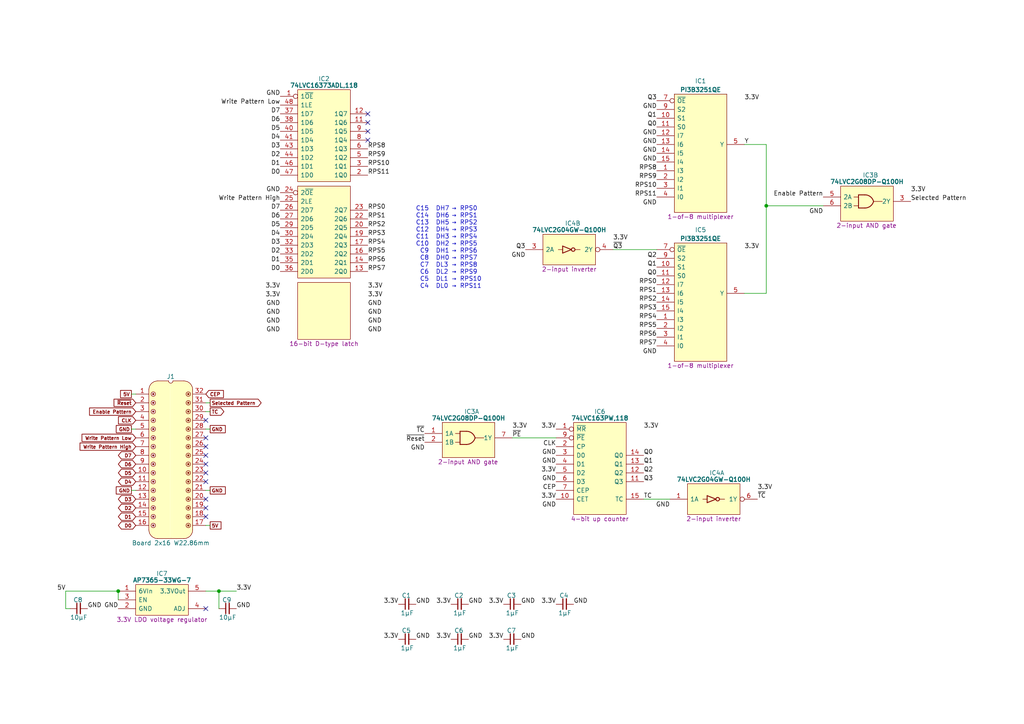
<source format=kicad_sch>
(kicad_sch (version 20250114) (generator "eeschema") (generator_version "9.0")
  (paper "A4")
  (title_block (title "Video Pixel Advance") (date "2025-01-16") (rev "V0"))
  (lib_symbols
    (symbol "Diodes_Inc:AP7365-33WG-7" (pin_names (offset 0.762))
      (property "Reference" "IC" (at 12.7 5.08 0))
      (property "Value" "AP7365-33WG-7" (at 12.7 3.175 0))
      (property "Description" "3.3V LDO voltage regulator" (at 12.7 -8.255 0))
      (symbol "AP7365-33WG-7_0_0"
        (pin input line (at 0 -2.54 0) (length 5.08) (name "EN") (number "3"))
        (pin passive line (at 0 -5.08 0) (length 5.08) (name "GND") (number "2"))
        (pin passive line (at 25.4 -5.08 180) (length 5.08) (name "ADJ") (number "4"))
      )
      (symbol "AP7365-33WG-7_0_1"
        (polyline (pts (xy 5.08 1.905) (xy 20.32 1.905) (xy 20.32 -6.985) (xy 5.08 -6.985) (xy 5.08 1.905)) (fill (type background)))
      )
      (symbol "AP7365-33WG-7_1_0"
        (pin passive line (at 0 0 0) (length 5.08) (name "6VIn") (number "1"))
        (pin passive line (at 25.4 0 180) (length 5.08) (name "3.3VOut") (number "5"))
      )
    )
    (symbol "Diodes_Inc:PI3B3251QE" (pin_names (offset 0.762))
      (property "Reference" "IC" (at 12.7 5.715 0))
      (property "Value" "PI3B3251QE" (at 12.7 3.175 0))
      (property "Description" "1-of-8 multiplexer" (at 12.7 -33.655 0))
      (symbol "PI3B3251QE_0_0"
        (pin input line (at 0 -2.54 0) (length 5.08) (name "S2") (number "9"))
        (pin input line (at 0 -5.08 0) (length 5.08) (name "S1") (number "10"))
        (pin input line (at 0 -7.62 0) (length 5.08) (name "S0") (number "11"))
        (pin input line (at 0 -10.16 0) (length 5.08) (name "I7") (number "12"))
        (pin input line (at 0 -12.7 0) (length 5.08) (name "I6") (number "13"))
        (pin input line (at 0 -15.24 0) (length 5.08) (name "I5") (number "14"))
        (pin input line (at 0 -17.78 0) (length 5.08) (name "I4") (number "15"))
        (pin input line (at 0 -20.32 0) (length 5.08) (name "I3") (number "1"))
        (pin input line (at 0 -22.86 0) (length 5.08) (name "I2") (number "2"))
        (pin input line (at 0 -25.4 0) (length 5.08) (name "I1") (number "3"))
        (pin input line (at 0 -27.94 0) (length 5.08) (name "I0") (number "4"))
        (pin passive line (at 0 -30.48 0) (length 5.08) (hide yes) (name "GND") (number "8"))
      )
      (symbol "PI3B3251QE_0_1"
        (polyline (pts (xy 5.08 1.905) (xy 20.32 1.905) (xy 20.32 -32.385) (xy 5.08 -32.385) (xy 5.08 1.905)) (stroke (width 0.1524)) (fill (type background)))
      )
      (symbol "PI3B3251QE_1_0"
        (pin input inverted (at 0 0 0) (length 5.08) (name "~{OE}") (number "7"))
        (pin passive line (at 25.4 0 180) (length 5.08) (hide yes) (name "3V") (number "16"))
        (pin tri_state line (at 25.4 -12.7 180) (length 5.08) (name "Y") (number "5"))
        (pin no_connect line (at 25.4 -15.24 180) (length 5.08) (hide yes) (name "NC") (number "6"))
      )
    )
    (symbol "HCP65:Board_02x16_W22.86mm" (pin_names (offset 1.016) (hide yes))
      (property "Reference" "J" (at 0 5.08 0))
      (property "Value" "Board 2x16 W22.86mm" (at 0 -43.18 0))
      (symbol "Board_02x16_W22.86mm_0_1"
        (polyline (pts (xy -6.35 1.27) (xy -6.35 -39.37)))
        (arc (start -3.8102 -41.9098) (mid -5.6063 -41.1659) (end -6.3502 -39.3698))
        (arc (start -6.35 1.27) (mid -5.6061 3.0661) (end -3.81 3.81))
        (polyline (pts (xy -3.81 3.81) (xy -0.635 3.81)))
        (arc (start 0.635 3.81) (mid 0 3.175) (end -0.635 3.81))
        (polyline (pts (xy 0.635 3.81) (xy 3.81 3.81)))
        (polyline (pts (xy 3.8098 -41.9098) (xy -3.81 -41.91)))
        (arc (start 3.81 3.81) (mid 5.6061 3.0661) (end 6.35 1.27))
        (arc (start 6.3498 -39.3698) (mid 5.6059 -41.1659) (end 3.8098 -41.9098))
        (polyline (pts (xy 6.35 -39.37) (xy 6.35 1.27)))
      )
      (symbol "Board_02x16_W22.86mm_1_1"
        (polyline (pts (xy -6.35 1.27) (xy -6.096 2.286) (xy -5.588 3.048) (xy -4.826 3.556) (xy -4.064 3.81) (xy -0.762 3.81) (xy -0.508 3.302) (xy 0 3.048) (xy 0 -41.91) (xy -3.81 -41.91) (xy -4.826 -41.656) (xy -5.588 -41.148) (xy -6.096 -40.386) (xy -6.35 -39.37) (xy -6.35 1.27)) (stroke (width -0.0001)) (fill (type background)))
        (circle (center -5.08 0) (radius 0.0001) (stroke (width 0.3)))
        (circle (center -5.08 0) (radius 0.635) (fill (type color) (color 255 255 255 1)))
        (circle (center -5.08 -2.54) (radius 0.0001) (stroke (width 0.3)))
        (circle (center -5.08 -2.54) (radius 0.635) (fill (type color) (color 255 255 255 1)))
        (circle (center -5.08 -5.08) (radius 0.0001) (stroke (width 0.3)))
        (circle (center -5.08 -5.08) (radius 0.635) (fill (type color) (color 255 255 255 1)))
        (circle (center -5.08 -7.62) (radius 0.0001) (stroke (width 0.3)))
        (circle (center -5.08 -7.62) (radius 0.635) (fill (type color) (color 255 255 255 1)))
        (circle (center -5.08 -10.16) (radius 0.0001) (stroke (width 0.3)))
        (circle (center -5.08 -10.16) (radius 0.635) (fill (type color) (color 255 255 255 1)))
        (circle (center -5.08 -12.7) (radius 0.0001) (stroke (width 0.3)))
        (circle (center -5.08 -12.7) (radius 0.635) (fill (type color) (color 255 255 255 1)))
        (circle (center -5.08 -15.24) (radius 0.0001) (stroke (width 0.3)))
        (circle (center -5.08 -15.24) (radius 0.635) (fill (type color) (color 255 255 255 1)))
        (circle (center -5.08 -17.78) (radius 0.0001) (stroke (width 0.3)))
        (circle (center -5.08 -17.78) (radius 0.635) (fill (type color) (color 255 255 255 1)))
        (circle (center -5.08 -20.32) (radius 0.0001) (stroke (width 0.3)))
        (circle (center -5.08 -20.32) (radius 0.635) (fill (type color) (color 255 255 255 1)))
        (circle (center -5.08 -22.86) (radius 0.0001) (stroke (width 0.3)))
        (circle (center -5.08 -22.86) (radius 0.635) (fill (type color) (color 255 255 255 1)))
        (circle (center -5.08 -25.4) (radius 0.0001) (stroke (width 0.3)))
        (circle (center -5.08 -25.4) (radius 0.635) (fill (type color) (color 255 255 255 1)))
        (circle (center -5.08 -27.94) (radius 0.0001) (stroke (width 0.3)))
        (circle (center -5.08 -27.94) (radius 0.635) (fill (type color) (color 255 255 255 1)))
        (circle (center -5.08 -30.48) (radius 0.0001) (stroke (width 0.3)))
        (circle (center -5.08 -30.48) (radius 0.635) (fill (type color) (color 255 255 255 1)))
        (circle (center -5.08 -33.02) (radius 0.0001) (stroke (width 0.3)))
        (circle (center -5.08 -33.02) (radius 0.635) (fill (type color) (color 255 255 255 1)))
        (circle (center -5.08 -35.56) (radius 0.0001) (stroke (width 0.3)))
        (circle (center -5.08 -35.56) (radius 0.635) (fill (type color) (color 255 255 255 1)))
        (circle (center -5.08 -38.1) (radius 0.0001) (stroke (width 0.3)))
        (circle (center -5.08 -38.1) (radius 0.635) (fill (type color) (color 255 255 255 1)))
        (circle (center 5.08 0) (radius 0.0001) (stroke (width 0.3)))
        (circle (center 5.08 0) (radius 0.635) (fill (type color) (color 255 255 255 1)))
        (circle (center 5.08 -2.54) (radius 0.0001) (stroke (width 0.3)))
        (circle (center 5.08 -2.54) (radius 0.635) (fill (type color) (color 255 255 255 1)))
        (circle (center 5.08 -5.08) (radius 0.0001) (stroke (width 0.3)))
        (circle (center 5.08 -5.08) (radius 0.635) (fill (type color) (color 255 255 255 1)))
        (circle (center 5.08 -7.62) (radius 0.0001) (stroke (width 0.3)))
        (circle (center 5.08 -7.62) (radius 0.635) (fill (type color) (color 255 255 255 1)))
        (circle (center 5.08 -10.16) (radius 0.0001) (stroke (width 0.3)))
        (circle (center 5.08 -10.16) (radius 0.635) (fill (type color) (color 255 255 255 1)))
        (circle (center 5.08 -12.7) (radius 0.0001) (stroke (width 0.3)))
        (circle (center 5.08 -12.7) (radius 0.635) (fill (type color) (color 255 255 255 1)))
        (circle (center 5.08 -15.24) (radius 0.0001) (stroke (width 0.3)))
        (circle (center 5.08 -15.24) (radius 0.635) (fill (type color) (color 255 255 255 1)))
        (circle (center 5.08 -17.78) (radius 0.0001) (stroke (width 0.3)))
        (circle (center 5.08 -17.78) (radius 0.635) (fill (type color) (color 255 255 255 1)))
        (circle (center 5.08 -20.32) (radius 0.0001) (stroke (width 0.3)))
        (circle (center 5.08 -20.32) (radius 0.635) (fill (type color) (color 255 255 255 1)))
        (circle (center 5.08 -22.86) (radius 0.0001) (stroke (width 0.3)))
        (circle (center 5.08 -22.86) (radius 0.635) (fill (type color) (color 255 255 255 1)))
        (circle (center 5.08 -25.4) (radius 0.0001) (stroke (width 0.3)))
        (circle (center 5.08 -25.4) (radius 0.635) (fill (type color) (color 255 255 255 1)))
        (circle (center 5.08 -27.94) (radius 0.0001) (stroke (width 0.3)))
        (circle (center 5.08 -27.94) (radius 0.635) (fill (type color) (color 255 255 255 1)))
        (circle (center 5.08 -30.48) (radius 0.0001) (stroke (width 0.3)))
        (circle (center 5.08 -30.48) (radius 0.635) (fill (type color) (color 255 255 255 1)))
        (circle (center 5.08 -33.02) (radius 0.0001) (stroke (width 0.3)))
        (circle (center 5.08 -33.02) (radius 0.635) (fill (type color) (color 255 255 255 1)))
        (circle (center 5.08 -35.56) (radius 0.0001) (stroke (width 0.3)))
        (circle (center 5.08 -35.56) (radius 0.635) (fill (type color) (color 255 255 255 1)))
        (circle (center 5.08 -38.1) (radius 0.0001) (stroke (width 0.3)))
        (circle (center 5.08 -38.1) (radius 0.635) (fill (type color) (color 255 255 255 1)))
        (polyline (pts (xy 6.35 1.27) (xy 6.096 2.286) (xy 5.588 3.048) (xy 4.826 3.556) (xy 4.064 3.81) (xy 0.762 3.81) (xy 0.508 3.302) (xy 0 3.048) (xy 0 -41.91) (xy 3.81 -41.91) (xy 4.826 -41.656) (xy 5.588 -41.148) (xy 6.096 -40.386) (xy 6.35 -39.37) (xy 6.35 1.27)) (stroke (width -0.0001)) (fill (type background)))
        (pin passive line (at -10.16 0 0) (length 3.81) (name "") (number "1"))
        (pin passive line (at -10.16 -2.54 0) (length 3.81) (name "") (number "2"))
        (pin passive line (at -10.16 -5.08 0) (length 3.81) (name "") (number "3"))
        (pin passive line (at -10.16 -7.62 0) (length 3.81) (name "") (number "4"))
        (pin passive line (at -10.16 -10.16 0) (length 3.81) (name "") (number "5"))
        (pin passive line (at -10.16 -12.7 0) (length 3.81) (name "") (number "6"))
        (pin passive line (at -10.16 -15.24 0) (length 3.81) (name "") (number "7"))
        (pin passive line (at -10.16 -17.78 0) (length 3.81) (name "") (number "8"))
        (pin passive line (at -10.16 -20.32 0) (length 3.81) (name "") (number "9"))
        (pin passive line (at -10.16 -22.86 0) (length 3.81) (name "") (number "10"))
        (pin passive line (at -10.16 -25.4 0) (length 3.81) (name "") (number "11"))
        (pin passive line (at -10.16 -27.94 0) (length 3.81) (name "") (number "12"))
        (pin passive line (at -10.16 -30.48 0) (length 3.81) (name "") (number "13"))
        (pin passive line (at -10.16 -33.02 0) (length 3.81) (name "") (number "14"))
        (pin passive line (at -10.16 -35.56 0) (length 3.81) (name "") (number "15"))
        (pin passive line (at -10.16 -38.1 0) (length 3.81) (name "") (number "16"))
        (pin passive line (at 10.16 0 180) (length 3.81) (name "") (number "32"))
        (pin passive line (at 10.16 -2.54 180) (length 3.81) (name "") (number "31"))
        (pin passive line (at 10.16 -5.08 180) (length 3.81) (name "") (number "30"))
        (pin passive line (at 10.16 -7.62 180) (length 3.81) (name "") (number "29"))
        (pin passive line (at 10.16 -10.16 180) (length 3.81) (name "") (number "28"))
        (pin passive line (at 10.16 -12.7 180) (length 3.81) (name "") (number "27"))
        (pin passive line (at 10.16 -15.24 180) (length 3.81) (name "") (number "26"))
        (pin passive line (at 10.16 -17.78 180) (length 3.81) (name "") (number "25"))
        (pin passive line (at 10.16 -20.32 180) (length 3.81) (name "") (number "24"))
        (pin passive line (at 10.16 -22.86 180) (length 3.81) (name "") (number "23"))
        (pin passive line (at 10.16 -25.4 180) (length 3.81) (name "") (number "22"))
        (pin passive line (at 10.16 -27.94 180) (length 3.81) (name "") (number "21"))
        (pin passive line (at 10.16 -30.48 180) (length 3.81) (name "") (number "20"))
        (pin passive line (at 10.16 -33.02 180) (length 3.81) (name "") (number "19"))
        (pin passive line (at 10.16 -35.56 180) (length 3.81) (name "") (number "18"))
        (pin passive line (at 10.16 -38.1 180) (length 3.81) (name "") (number "17"))
      )
    )
    (symbol "HCP65:C_0805" (pin_numbers (hide yes)) (pin_names (offset 0.254) (hide yes))
      (property "Reference" "C" (at 2.286 2.54 0))
      (property "Value" "?μF" (at 2.54 -2.54 0))
      (symbol "C_0805_0_1"
        (polyline (pts (xy 1.9685 -1.4605) (xy 1.9685 1.5875)) (stroke (width 0.3048)))
        (polyline (pts (xy 2.9845 -1.4605) (xy 2.9845 1.5875)) (stroke (width 0.3302)))
      )
      (symbol "C_0805_1_1"
        (pin passive line (at 0 0 0) (length 2.032) (name "~") (number "1"))
        (pin passive line (at 5.08 0 180) (length 2.032) (name "~") (number "2"))
      )
    )
    (symbol "Nexperia:74LVC16373ADL,118" (pin_names (offset 0.762))
      (property "Reference" "IC" (at 12.7 5.08 0))
      (property "Value" "74LVC16373ADL,118" (at 12.7 3.175 0))
      (property "Description" "16-bit D-type latch" (at 12.7 -71.755 0))
      (symbol "74LVC16373ADL,118_0_0"
        (pin input inverted (at 0 0 0) (length 5.08) (name "1~{OE}") (number "1"))
        (pin input line (at 0 -2.54 0) (length 5.08) (name "1LE") (number "48"))
        (pin input line (at 0 -5.08 0) (length 5.08) (name "1D7") (number "37"))
        (pin input line (at 0 -10.16 0) (length 5.08) (name "1D5") (number "40"))
        (pin input line (at 0 -12.7 0) (length 5.08) (name "1D4") (number "41"))
        (pin input line (at 0 -15.24 0) (length 5.08) (name "1D3") (number "43"))
        (pin input line (at 0 -17.78 0) (length 5.08) (name "1D2") (number "44"))
        (pin input line (at 0 -20.32 0) (length 5.08) (name "1D1") (number "46"))
        (pin input line (at 0 -22.86 0) (length 5.08) (name "1D0") (number "47"))
        (pin input inverted (at 0 -27.94 0) (length 5.08) (name "2~{OE}") (number "24"))
        (pin input line (at 0 -30.48 0) (length 5.08) (name "2LE") (number "25"))
        (pin input line (at 0 -33.02 0) (length 5.08) (name "2D7") (number "26"))
        (pin input line (at 0 -35.56 0) (length 5.08) (name "2D6") (number "27"))
        (pin input line (at 0 -38.1 0) (length 5.08) (name "2D5") (number "29"))
        (pin input line (at 0 -40.64 0) (length 5.08) (name "2D4") (number "30"))
        (pin input line (at 0 -43.18 0) (length 5.08) (name "2D3") (number "32"))
        (pin input line (at 0 -45.72 0) (length 5.08) (name "2D2") (number "33"))
        (pin input line (at 0 -48.26 0) (length 5.08) (name "2D1") (number "35"))
        (pin input line (at 0 -50.8 0) (length 5.08) (name "2D0") (number "36"))
        (pin tri_state line (at 25.4 -5.08 180) (length 5.08) (name "1Q7") (number "12"))
        (pin tri_state line (at 25.4 -7.62 180) (length 5.08) (name "1Q6") (number "11"))
        (pin tri_state line (at 25.4 -10.16 180) (length 5.08) (name "1Q5") (number "9"))
        (pin tri_state line (at 25.4 -12.7 180) (length 5.08) (name "1Q4") (number "8"))
        (pin tri_state line (at 25.4 -15.24 180) (length 5.08) (name "1Q3") (number "6"))
        (pin tri_state line (at 25.4 -17.78 180) (length 5.08) (name "1Q2") (number "5"))
        (pin tri_state line (at 25.4 -20.32 180) (length 5.08) (name "1Q1") (number "3"))
        (pin tri_state line (at 25.4 -22.86 180) (length 5.08) (name "1Q0") (number "2"))
        (pin tri_state line (at 25.4 -33.02 180) (length 5.08) (name "2Q7") (number "23"))
        (pin tri_state line (at 25.4 -35.56 180) (length 5.08) (name "2Q6") (number "22"))
        (pin tri_state line (at 25.4 -38.1 180) (length 5.08) (name "2Q5") (number "20"))
        (pin tri_state line (at 25.4 -40.64 180) (length 5.08) (name "2Q4") (number "19"))
        (pin tri_state line (at 25.4 -43.18 180) (length 5.08) (name "2Q3") (number "17"))
        (pin tri_state line (at 25.4 -45.72 180) (length 5.08) (name "2Q2") (number "16"))
        (pin tri_state line (at 25.4 -48.26 180) (length 5.08) (name "2Q1") (number "14"))
        (pin tri_state line (at 25.4 -50.8 180) (length 5.08) (name "2Q0") (number "13"))
      )
      (symbol "74LVC16373ADL,118_0_1"
        (polyline (pts (xy 5.08 1.905) (xy 20.32 1.905) (xy 20.32 -24.765) (xy 5.08 -24.765) (xy 5.08 1.905)) (stroke (width 0.1524)) (fill (type background)))
        (polyline (pts (xy 5.08 -26.035) (xy 20.32 -26.035) (xy 20.32 -52.705) (xy 5.08 -52.705) (xy 5.08 -26.035)) (stroke (width 0.1524)) (fill (type background)))
        (polyline (pts (xy 5.08 -53.975) (xy 20.32 -53.975) (xy 20.32 -70.485) (xy 5.08 -70.485) (xy 5.08 -53.975)) (stroke (width 0.1524)) (fill (type background)))
      )
      (symbol "74LVC16373ADL,118_1_0"
        (pin input line (at 0 -7.62 0) (length 5.08) (name "1D6") (number "38"))
        (pin passive line (at 0 -55.88 0) (length 5.08) (hide yes) (name "3V") (number "7"))
        (pin passive line (at 0 -58.42 0) (length 5.08) (hide yes) (name "3V") (number "18"))
        (pin passive line (at 0 -60.96 0) (length 5.08) (hide yes) (name "GND") (number "4"))
        (pin passive line (at 0 -63.5 0) (length 5.08) (hide yes) (name "GND") (number "10"))
        (pin passive line (at 0 -66.04 0) (length 5.08) (hide yes) (name "GND") (number "15"))
        (pin passive line (at 0 -68.58 0) (length 5.08) (hide yes) (name "GND") (number "21"))
        (pin passive line (at 25.4 -55.88 180) (length 5.08) (hide yes) (name "3V") (number "42"))
        (pin passive line (at 25.4 -58.42 180) (length 5.08) (hide yes) (name "3V") (number "31"))
        (pin passive line (at 25.4 -60.96 180) (length 5.08) (hide yes) (name "GND") (number "45"))
        (pin passive line (at 25.4 -63.5 180) (length 5.08) (hide yes) (name "GND") (number "39"))
        (pin passive line (at 25.4 -66.04 180) (length 5.08) (hide yes) (name "GND") (number "34"))
        (pin passive line (at 25.4 -68.58 180) (length 5.08) (hide yes) (name "GND") (number "28"))
      )
    )
    (symbol "Nexperia:74LVC163PW,118" (pin_names (offset 0.762))
      (property "Reference" "IC" (at 12.7 5.08 0))
      (property "Value" "74LVC163PW,118" (at 12.7 3.175 0))
      (property "Description" "4-bit up counter" (at 12.7 -26.035 0))
      (symbol "74LVC163PW,118_0_0"
        (pin input inverted (at 0 0 0) (length 5.08) (name "~{MR}") (number "1"))
        (pin input inverted (at 0 -2.54 0) (length 5.08) (name "~{PE}") (number "9"))
        (pin input line (at 0 -5.08 0) (length 5.08) (name "CP") (number "2"))
        (pin input line (at 0 -7.62 0) (length 5.08) (name "D0") (number "3"))
        (pin input line (at 0 -10.16 0) (length 5.08) (name "D1") (number "4"))
        (pin input line (at 0 -12.7 0) (length 5.08) (name "D2") (number "5"))
        (pin input line (at 0 -15.24 0) (length 5.08) (name "D3") (number "6"))
        (pin input line (at 0 -17.78 0) (length 5.08) (name "CEP") (number "7"))
        (pin input line (at 0 -20.32 0) (length 5.08) (name "CET") (number "10"))
        (pin passive line (at 0 -22.86 0) (length 5.08) (hide yes) (name "GND") (number "8"))
        (pin passive line (at 25.4 0 180) (length 5.08) (hide yes) (name "3V") (number "16"))
        (pin output line (at 25.4 -7.62 180) (length 5.08) (name "Q0") (number "14"))
        (pin output line (at 25.4 -10.16 180) (length 5.08) (name "Q1") (number "13"))
        (pin output line (at 25.4 -12.7 180) (length 5.08) (name "Q2") (number "12"))
        (pin output line (at 25.4 -15.24 180) (length 5.08) (name "Q3") (number "11"))
        (pin output line (at 25.4 -20.32 180) (length 5.08) (name "TC") (number "15"))
      )
      (symbol "74LVC163PW,118_0_1"
        (polyline (pts (xy 5.08 1.905) (xy 20.32 1.905) (xy 20.32 -24.765) (xy 5.08 -24.765) (xy 5.08 1.905)) (stroke (width 0.1524)) (fill (type background)))
      )
    )
    (symbol "Nexperia:74LVC2G04GW-Q100H_Multi" (pin_names (offset 0.762))
      (property "Reference" "IC" (at 11.43 7.62 0))
      (property "Value" "74LVC2G04GW-Q100H" (at 12.7 5.715 0))
      (property "Description" "2-input inverter" (at 12.7 -5.715 0))
      (symbol "74LVC2G04GW-Q100H_Multi_0_0"
        (pin passive line (at 0 -2.54 0) (length 5.08) (hide yes) (name "GND") (number "2"))
        (pin passive line (at 25.4 2.54 180) (length 5.08) (hide yes) (name "3V") (number "5"))
      )
      (symbol "74LVC2G04GW-Q100H_Multi_0_1"
        (polyline (pts (xy 5.08 4.445) (xy 20.32 4.445) (xy 20.32 -4.445) (xy 5.08 -4.445) (xy 5.08 4.445)) (stroke (width 0.1524)) (fill (type background)))
        (polyline (pts (xy 9.525 0) (xy 10.7949 0)))
        (rectangle (start 10.795 1.016) (end 10.795 -1.016) (stroke (width 0.254)) (fill (type background)))
        (polyline (pts (xy 10.795 -1.016) (xy 13.335 0) (xy 10.795 1.016)) (stroke (width 0.254)))
        (circle (center 13.843 0) (radius 0.508) (stroke (width 0.254)))
        (polyline (pts (xy 14.351 0) (xy 15.875 0)))
      )
      (symbol "74LVC2G04GW-Q100H_Multi_1_0"
        (pin input line (at 0 0 0) (length 5.08) (name "1A") (number "1"))
        (pin output inverted (at 25.4 0 180) (length 5.08) (name "1Y") (number "6"))
      )
      (symbol "74LVC2G04GW-Q100H_Multi_2_0"
        (pin input line (at 0 0 0) (length 5.08) (name "2A") (number "3"))
        (pin output inverted (at 25.4 0 180) (length 5.08) (name "2Y") (number "4"))
      )
    )
    (symbol "Nexperia:74LVC2G08DP-Q100H_Multi" (pin_names (offset 0.762))
      (property "Reference" "IC" (at 11.43 6.35 0))
      (property "Value" "74LVC2G08DP-Q100H" (at 12.7 4.445 0))
      (property "Description" "2-input AND gate" (at 3.81 -8.255 0))
      (symbol "74LVC2G08DP-Q100H_Multi_0_0"
        (pin passive line (at 0 -5.08 0) (length 5.08) (hide yes) (name "GND") (number "4"))
        (pin passive line (at 25.4 1.27 180) (length 5.08) (hide yes) (name "3V") (number "8"))
      )
      (symbol "74LVC2G08DP-Q100H_Multi_0_1"
        (polyline (pts (xy 5.08 3.175) (xy 20.32 3.175) (xy 20.32 -6.985) (xy 5.08 -6.985) (xy 5.08 3.175)) (stroke (width 0.1524)) (fill (type background)))
        (polyline (pts (xy 8.89 0) (xy 10.1599 0)))
        (polyline (pts (xy 8.89 -2.54) (xy 10.1599 -2.54)))
        (polyline (pts (xy 10.248 0.635) (xy 10.248 -3.175)) (stroke (width 0.254)) (fill (type background)))
        (polyline (pts (xy 12.065 0.635) (xy 10.248 0.635)) (stroke (width 0.254)) (fill (type background)))
        (polyline (pts (xy 12.065 -3.175) (xy 10.248 -3.175)) (stroke (width 0.254)) (fill (type background)))
        (arc (start 14.605 -1.27) (mid 13.6635 -2.6605) (end 12.065 -3.175) (stroke (width 0.254)))
        (arc (start 12.065 0.635) (mid 13.6649 0.1222) (end 14.605 -1.27) (stroke (width 0.254)))
        (polyline (pts (xy 14.605 -1.27) (xy 17.145 -1.27)))
      )
      (symbol "74LVC2G08DP-Q100H_Multi_1_0"
        (pin input line (at 0 0 0) (length 5.08) (name "1A") (number "1"))
        (pin input line (at 0 -2.54 0) (length 5.08) (name "1B") (number "2"))
        (pin output line (at 25.4 -1.27 180) (length 5.08) (name "1Y") (number "7"))
      )
      (symbol "74LVC2G08DP-Q100H_Multi_2_0"
        (pin input line (at 0 0 0) (length 5.08) (name "2A") (number "5"))
        (pin input line (at 0 -2.54 0) (length 5.08) (name "2B") (number "6"))
        (pin output line (at 25.4 -1.27 180) (length 5.08) (name "2Y") (number "3"))
      )
    )
  )
  (text "C15\nC14\nC13\nC12\nC11\nC10\nC9\nC8\nC7\nC6\nC5\nC4" (at 124.46 83.82 0) (effects (font (size 1.27 1.27)) (justify right bottom)))
  (text "DH7\nDH6\nDH5\nDH4\nDH3\nDH2\nDH1\nDH0\nDL3\nDL2\nDL1\nDL0" (at 126.365 83.82 0) (effects (font (size 1.27 1.27)) (justify left bottom)))
  (text "→ RPS0\n→ RPS1\n→ RPS2\n→ RPS3\n→ RPS4\n→ RPS5\n→ RPS6\n→ RPS7\n→ RPS8\n→ RPS9\n→ RPS10\n→ RPS11" (at 130.81 83.82 0) (effects (font (size 1.27 1.27)) (justify left bottom)))
  (junction (at 34.29 171.45))
  (junction (at 222.25 59.69))
  (junction (at 63.5 171.45))
  (no_connect (at 106.68 40.64))
  (no_connect (at 59.69 121.92))
  (no_connect (at 59.69 176.53))
  (no_connect (at 106.68 35.56))
  (no_connect (at 59.69 127))
  (no_connect (at 59.69 137.16))
  (no_connect (at 59.69 139.7))
  (no_connect (at 59.69 132.08))
  (no_connect (at 106.68 38.1))
  (no_connect (at 59.69 134.62))
  (no_connect (at 59.69 147.32))
  (no_connect (at 59.69 149.86))
  (no_connect (at 59.69 129.54))
  (no_connect (at 59.69 144.78))
  (no_connect (at 106.68 33.02))
  (wire (pts (xy 215.9 41.91) (xy 222.25 41.91)))
  (wire (pts (xy 63.5 176.53) (xy 63.5 171.45)))
  (wire (pts (xy 19.05 171.45) (xy 34.29 171.45)))
  (wire (pts (xy 186.69 144.78) (xy 194.31 144.78)))
  (wire (pts (xy 60.96 124.46) (xy 59.69 124.46)))
  (wire (pts (xy 34.29 171.45) (xy 34.29 173.99)))
  (wire (pts (xy 60.96 116.84) (xy 59.69 116.84)))
  (wire (pts (xy 177.8 72.39) (xy 190.5 72.39)))
  (wire (pts (xy 60.96 152.4) (xy 59.69 152.4)))
  (wire (pts (xy 38.1 124.46) (xy 39.37 124.46)))
  (wire (pts (xy 222.25 41.91) (xy 222.25 59.69)))
  (wire (pts (xy 60.96 142.24) (xy 59.69 142.24)))
  (wire (pts (xy 59.69 171.45) (xy 63.5 171.45)))
  (wire (pts (xy 222.25 59.69) (xy 222.25 85.09)))
  (wire (pts (xy 148.59 127) (xy 161.29 127)))
  (wire (pts (xy 19.05 171.45) (xy 19.05 176.53)))
  (wire (pts (xy 38.1 142.24) (xy 39.37 142.24)))
  (wire (pts (xy 60.96 119.38) (xy 59.69 119.38)))
  (wire (pts (xy 222.25 59.69) (xy 238.76 59.69)))
  (wire (pts (xy 38.1 114.3) (xy 39.37 114.3)))
  (wire (pts (xy 222.25 85.09) (xy 215.9 85.09)))
  (wire (pts (xy 19.05 176.53) (xy 20.32 176.53)))
  (wire (pts (xy 63.5 171.45) (xy 68.58 171.45)))
  (label "RPS10" (at 190.5 54.61 180))
  (label "GND" (at 161.29 147.32 180))
  (label "GND" (at 190.5 59.69 180))
  (label "GND" (at 194.31 147.32 180))
  (label "GND" (at 81.28 88.9 180))
  (label "GND" (at 106.68 91.44 0))
  (label "D1" (at 81.28 76.2 180))
  (label "RPS10" (at 106.68 48.26 0))
  (label "GND" (at 135.89 175.26 0))
  (label "3.3V" (at 215.9 29.21 0))
  (label "RPS11" (at 190.5 57.15 180))
  (label "RPS5" (at 106.68 73.66 0))
  (label "GND" (at 190.5 44.45 180))
  (label "D5" (at 81.28 66.04 180))
  (label "RPS4" (at 106.68 71.12 0))
  (label "GND" (at 135.89 185.42 0))
  (label "GND" (at 68.58 176.53 0))
  (label "3.3V" (at 186.69 124.46 0))
  (label "3.3V" (at 81.28 86.36 180))
  (label "Q3" (at 152.4 72.39 180))
  (label "GND" (at 190.5 31.75 180))
  (label "D0" (at 81.28 50.8 180))
  (label "~{Reset}" (at 123.19 128.27 180))
  (label "RPS8" (at 106.68 43.18 0))
  (label "3.3V" (at 146.05 185.42 180))
  (label "~{TC}" (at 123.19 125.73 180))
  (label "CLK" (at 161.29 129.54 180))
  (label "Write Pattern High" (at 81.28 58.42 180))
  (label "GND" (at 190.5 102.87 180))
  (label "RPS5" (at 190.5 95.25 180))
  (label "GND" (at 25.4 176.53 0))
  (label "5V" (at 19.05 171.45 180))
  (label "3.3V" (at 148.59 124.46 0))
  (label "RPS9" (at 106.68 45.72 0))
  (label "GND" (at 120.65 185.42 0))
  (label "GND" (at 81.28 96.52 180))
  (label "GND" (at 190.5 46.99 180))
  (label "GND" (at 151.13 185.42 0))
  (label "3.3V" (at 161.29 144.78 180))
  (label "3.3V" (at 161.29 175.26 180))
  (label "Q3" (at 186.69 139.7 0))
  (label "RPS7" (at 190.5 100.33 180))
  (label "RPS2" (at 190.5 87.63 180))
  (label "~{Q3}" (at 177.8 72.39 0))
  (label "GND" (at 34.29 176.53 180))
  (label "Q1" (at 190.5 34.29 180))
  (label "RPS7" (at 106.68 78.74 0))
  (label "RPS3" (at 106.68 68.58 0))
  (label "GND" (at 190.5 39.37 180))
  (label "RPS3" (at 190.5 90.17 180))
  (label "D5" (at 81.28 38.1 180))
  (label "Q0" (at 190.5 80.01 180))
  (label "D4" (at 81.28 40.64 180))
  (label "GND" (at 238.76 62.23 180))
  (label "GND" (at 152.4 74.93 180))
  (label "D0" (at 81.28 78.74 180))
  (label "GND" (at 81.28 91.44 180))
  (label "RPS11" (at 106.68 50.8 0))
  (label "Write Pattern Low" (at 81.28 30.48 180))
  (label "D6" (at 81.28 35.56 180))
  (label "3.3V" (at 106.68 83.82 0))
  (label "RPS4" (at 190.5 92.71 180))
  (label "Q1" (at 190.5 77.47 180))
  (label "3.3V" (at 115.57 185.42 180))
  (label "D7" (at 81.28 60.96 180))
  (label "RPS6" (at 190.5 97.79 180))
  (label "Q3" (at 190.5 29.21 180))
  (label "Q2" (at 186.69 137.16 0))
  (label "~{PE}" (at 148.59 127 0))
  (label "GND" (at 161.29 139.7 180))
  (label "GND" (at 106.68 96.52 0))
  (label "RPS1" (at 190.5 85.09 180))
  (label "~{TC}" (at 219.71 144.78 0))
  (label "3.3V" (at 264.16 55.88 0))
  (label "Q2" (at 190.5 74.93 180))
  (label "TC" (at 186.69 144.78 0))
  (label "3.3V" (at 81.28 83.82 180))
  (label "Y" (at 215.9 41.91 0))
  (label "3.3V" (at 130.81 175.26 180))
  (label "3.3V" (at 115.57 175.26 180))
  (label "GND" (at 106.68 88.9 0))
  (label "RPS0" (at 106.68 60.96 0))
  (label "D1" (at 81.28 48.26 180))
  (label "GND" (at 190.5 41.91 180))
  (label "3.3V" (at 177.8 69.85 0))
  (label "RPS0" (at 190.5 82.55 180))
  (label "GND" (at 81.28 93.98 180))
  (label "D3" (at 81.28 43.18 180))
  (label "3.3V" (at 161.29 137.16 180))
  (label "3.3V" (at 106.68 86.36 0))
  (label "D2" (at 81.28 73.66 180))
  (label "Q1" (at 186.69 134.62 0))
  (label "3.3V" (at 68.58 171.45 0))
  (label "D7" (at 81.28 33.02 180))
  (label "GND" (at 161.29 132.08 180))
  (label "Q0" (at 186.69 132.08 0))
  (label "GND" (at 106.68 93.98 0))
  (label "GND" (at 151.13 175.26 0))
  (label "GND" (at 161.29 134.62 180))
  (label "GND" (at 120.65 175.26 0))
  (label "3.3V" (at 161.29 124.46 180))
  (label "GND" (at 81.28 55.88 180))
  (label "3.3V" (at 146.05 175.26 180))
  (label "D2" (at 81.28 45.72 180))
  (label "Selected Pattern" (at 264.16 58.42 0))
  (label "RPS2" (at 106.68 66.04 0))
  (label "3.3V" (at 215.9 72.39 0))
  (label "CEP" (at 161.29 142.24 180))
  (label "RPS8" (at 190.5 49.53 180))
  (label "D6" (at 81.28 63.5 180))
  (label "3.3V" (at 130.81 185.42 180))
  (label "GND" (at 81.28 27.94 180))
  (label "3.3V" (at 219.71 142.24 0))
  (label "GND" (at 123.19 130.81 180))
  (label "Enable Pattern" (at 238.76 57.15 180))
  (label "GND" (at 166.37 175.26 0))
  (label "Q0" (at 190.5 36.83 180))
  (label "RPS9" (at 190.5 52.07 180))
  (label "D4" (at 81.28 68.58 180))
  (label "RPS6" (at 106.68 76.2 0))
  (label "D3" (at 81.28 71.12 180))
  (label "RPS1" (at 106.68 63.5 0))
  (global_label "GND" (shape passive) (at 38.1 124.46 180) (effects (font (size 1 1) (thickness 0.2) (bold yes))) (property "Intersheetrefs" "${INTERSHEET_REFS}" (effects (hide yes))))
  (global_label "5V" (shape passive) (at 38.1 114.3 180) (effects (font (size 1 1) (thickness 0.2) (bold yes))) (property "Intersheetrefs" "${INTERSHEET_REFS}" (effects (hide yes))))
  (global_label "D3" (shape tri_state) (at 39.37 144.78 180) (effects (font (size 1 1) (thickness 0.2) (bold yes))) (property "Intersheetrefs" "${INTERSHEET_REFS}" (effects (hide yes))))
  (global_label "D1" (shape tri_state) (at 39.37 149.86 180) (effects (font (size 1 1) (thickness 0.2) (bold yes))) (property "Intersheetrefs" "${INTERSHEET_REFS}" (effects (hide yes))))
  (global_label "GND" (shape passive) (at 60.96 142.24 0) (effects (font (size 1 1) (thickness 0.2) (bold yes))) (property "Intersheetrefs" "${INTERSHEET_REFS}" (effects (hide yes))))
  (global_label "D4" (shape tri_state) (at 39.37 139.7 180) (effects (font (size 1 1) (thickness 0.2) (bold yes))) (property "Intersheetrefs" "${INTERSHEET_REFS}" (effects (hide yes))))
  (global_label "GND" (shape passive) (at 38.1 142.24 180) (effects (font (size 1 1) (thickness 0.2) (bold yes))) (property "Intersheetrefs" "${INTERSHEET_REFS}" (effects (hide yes))))
  (global_label "D0" (shape tri_state) (at 39.37 152.4 180) (effects (font (size 1 1) (thickness 0.2) (bold yes))) (property "Intersheetrefs" "${INTERSHEET_REFS}" (effects (hide yes))))
  (global_label "CEP" (shape input) (at 59.69 114.3 0) (effects (font (size 1 1) (thickness 0.2) (bold yes))) (property "Intersheetrefs" "${INTERSHEET_REFS}" (effects (hide yes))))
  (global_label "D6" (shape tri_state) (at 39.37 134.62 180) (effects (font (size 1 1) (thickness 0.2) (bold yes))) (property "Intersheetrefs" "${INTERSHEET_REFS}" (effects (hide yes))))
  (global_label "D7" (shape tri_state) (at 39.37 132.08 180) (effects (font (size 1 1) (thickness 0.2) (bold yes))) (property "Intersheetrefs" "${INTERSHEET_REFS}" (effects (hide yes))))
  (global_label "TC" (shape output) (at 60.96 119.38 0) (effects (font (size 1 1) (thickness 0.2) (bold yes))) (property "Intersheetrefs" "${INTERSHEET_REFS}" (effects (hide yes))))
  (global_label "Write Pattern Low" (shape input) (at 39.37 127 180) (effects (font (size 1 1) (thickness 0.2) (bold yes))) (property "Intersheetrefs" "${INTERSHEET_REFS}" (effects (hide yes))))
  (global_label "5V" (shape passive) (at 60.96 152.4 0) (effects (font (size 1 1) (thickness 0.2) (bold yes))) (property "Intersheetrefs" "${INTERSHEET_REFS}" (effects (hide yes))))
  (global_label "CLK" (shape input) (at 39.37 121.92 180) (effects (font (size 1 1) (thickness 0.2) (bold yes))) (property "Intersheetrefs" "${INTERSHEET_REFS}" (effects (hide yes))))
  (global_label "Enable Pattern" (shape input) (at 39.37 119.38 180) (effects (font (size 1 1) (thickness 0.2) (bold yes))) (property "Intersheetrefs" "${INTERSHEET_REFS}" (effects (hide yes))))
  (global_label "Write Pattern High" (shape input) (at 39.37 129.54 180) (effects (font (size 1 1) (thickness 0.2) (bold yes))) (property "Intersheetrefs" "${INTERSHEET_REFS}" (effects (hide yes))))
  (global_label "D2" (shape tri_state) (at 39.37 147.32 180) (effects (font (size 1 1) (thickness 0.2) (bold yes))) (property "Intersheetrefs" "${INTERSHEET_REFS}" (effects (hide yes))))
  (global_label "D5" (shape tri_state) (at 39.37 137.16 180) (effects (font (size 1 1) (thickness 0.2) (bold yes))) (property "Intersheetrefs" "${INTERSHEET_REFS}" (effects (hide yes))))
  (global_label "GND" (shape passive) (at 60.96 124.46 0) (effects (font (size 1 1) (thickness 0.2) (bold yes))) (property "Intersheetrefs" "${INTERSHEET_REFS}" (effects (hide yes))))
  (global_label "Selected Pattern" (shape output) (at 60.96 116.84 0) (effects (font (size 1 1) (thickness 0.2) (bold yes))) (property "Intersheetrefs" "${INTERSHEET_REFS}" (effects (hide yes))))
  (global_label "~{Reset}" (shape input) (at 39.37 116.84 180) (effects (font (size 1 1) (thickness 0.2) (bold yes))) (property "Intersheetrefs" "${INTERSHEET_REFS}" (effects (hide yes))))
  (symbol (lib_id "HCP65:C_0805") (at 130.81 185.42 0) (unit 1)
    (property "Reference" "C6" (at 133.096 182.88 0))
    (property "Value" "1μF" (at 133.35 187.96 0))
    (property "Footprint" "SamacSys_Parts:C_0805" (effects (hide yes)))
  )
  (symbol (lib_id "Nexperia:74LVC16373ADL,118") (at 81.28 27.94 0) (unit 1)
    (property "Reference" "IC2" (at 93.98 22.86 0))
    (property "Value" "74LVC16373ADL,118" (at 93.98 24.765 0) (effects (font (bold yes))))
    (property "Footprint" "SamacSys_Parts:SOP64P1025X280-48N" (effects (hide yes)))
    (property "Datasheet" "https://componentsearchengine.com/Datasheets/1/74LVC16373ADL,118.pdf" (effects (hide yes)))
    (property "Description" "16-bit D-type latch" (at 93.98 99.695 0))
    (property "Height" "2.8" (effects (hide yes)))
    (property "Mouser Part Number" "771-LVC16373ADL118" (effects (hide yes)))
    (property "Mouser Price/Stock" "https://www.mouser.com/Search/Refine.aspx?Keyword=771-LVC16373ADL118" (effects (hide yes)))
    (property "Manufacturer_Name" "Nexperia" (effects (hide yes)))
    (property "Manufacturer_Part_Number" "74LVC16373ADL,118" (effects (hide yes)))
    (property "Silkscreen" "74LVC16373" (effects (hide yes)))
    (property "Garbage" "74LVC16373A; 74LVCH16373A - 16-bit D-type transparent latch with 5 V tolerant inputs/outputs; 3-state@en-us" (effects (hide yes)))
  )
  (symbol (lib_id "HCP65:C_0805") (at 146.05 175.26 0) (unit 1)
    (property "Reference" "C3" (at 148.336 172.72 0))
    (property "Value" "1μF" (at 148.59 177.8 0))
    (property "Footprint" "SamacSys_Parts:C_0805" (effects (hide yes)))
  )
  (symbol (lib_id "HCP65:C_0805") (at 115.57 175.26 0) (unit 1)
    (property "Reference" "C1" (at 117.856 172.72 0))
    (property "Value" "1μF" (at 118.11 177.8 0))
    (property "Footprint" "SamacSys_Parts:C_0805" (effects (hide yes)))
  )
  (symbol (lib_id "HCP65:C_0805") (at 115.57 185.42 0) (unit 1)
    (property "Reference" "C5" (at 117.856 182.88 0))
    (property "Value" "1μF" (at 118.11 187.96 0))
    (property "Footprint" "SamacSys_Parts:C_0805" (effects (hide yes)))
  )
  (symbol (lib_id "Nexperia:74LVC2G04GW-Q100H_Multi") (at 152.4 72.39 0) (unit 2)
    (property "Reference" "IC4" (at 163.83 64.77 0) (effects (justify left)))
    (property "Value" "74LVC2G04GW-Q100H" (at 165.1 66.675 0) (effects (font (bold yes))))
    (property "Footprint" "SamacSys_Parts:SOP65P210X110-6N" (effects (hide yes)))
    (property "Datasheet" "https://assets.nexperia.com/documents/data-sheet/74LVC2G04_Q100.pdf" (effects (hide yes)))
    (property "Description" "2-input inverter" (at 165.1 78.105 0))
    (property "Height" "1.1" (effects (hide yes)))
    (property "Manufacturer_Name" "Nexperia" (effects (hide yes)))
    (property "Manufacturer_Part_Number" "74LVC2G04GW-Q100H" (effects (hide yes)))
    (property "Mouser Part Number" "771-74LVC2G04GWQ100H" (effects (hide yes)))
    (property "Mouser Price/Stock" "https://www.mouser.co.uk/ProductDetail/Nexperia/74LVC2G04GW-Q100H?qs=Yna0arPQ0CQTXbBDVSrZqQ%3D%3D" (effects (hide yes)))
    (property "Silkscreen" "'2G04" (effects (hide yes)))
    (property "Garbage" "74LVC2G04-Q100 - Dual inverter@en-us" (effects (hide yes)))
  )
  (symbol (lib_id "HCP65:C_0805") (at 20.32 176.53 0) (unit 1)
    (property "Reference" "C8" (at 22.606 173.99 0))
    (property "Value" "10µF" (at 20.32 179.07 0) (effects (justify left)))
    (property "Footprint" "SamacSys_Parts:C_0805" (effects (hide yes)))
  )
  (symbol (lib_id "Nexperia:74LVC2G08DP-Q100H_Multi") (at 238.76 57.15 0) (unit 2)
    (property "Reference" "IC3" (at 250.19 50.8 0) (effects (justify left)))
    (property "Value" "74LVC2G08DP-Q100H" (at 251.46 52.705 0) (effects (font (bold yes))))
    (property "Footprint" "SamacSys_Parts:SOP65P400X110-8N" (effects (hide yes)))
    (property "Datasheet" "https://assets.nexperia.com/documents/data-sheet/74LVC2G08_Q100.pdf" (effects (hide yes)))
    (property "Description" "2-input AND gate" (at 242.57 65.405 0) (effects (justify left)))
    (property "Height" "1.1" (effects (hide yes)))
    (property "Manufacturer_Name" "Nexperia" (effects (hide yes)))
    (property "Manufacturer_Part_Number" "74LVC2G08DP-Q100H" (effects (hide yes)))
    (property "Mouser Part Number" "771-74LVC2G08DPQ100H" (effects (hide yes)))
    (property "Mouser Price/Stock" "https://www.mouser.co.uk/ProductDetail/Nexperia/74LVC2G08DP-Q100H?qs=fi7yB2oewZnJ07IC2YGuEQ%3D%3D" (effects (hide yes)))
    (property "Silkscreen" "'2G08" (effects (hide yes)))
    (property "Garbage" "74LVC2G08-Q100 - Dual 2-input AND gate@en-us" (effects (hide yes)))
  )
  (symbol (lib_id "Diodes_Inc:PI3B3251QE") (at 190.5 72.39 0) (unit 1)
    (property "Reference" "IC5" (at 203.2 66.675 0))
    (property "Value" "PI3B3251QE" (at 203.2 69.215 0) (effects (font (bold yes))))
    (property "Footprint" "SamacSys_Parts:SOP64P599X175-16N" (effects (hide yes)))
    (property "Datasheet" "https://componentsearchengine.com/Datasheets/1/PI3B3251QE.pdf" (effects (hide yes)))
    (property "Description" "1-of-8 multiplexer" (at 203.2 106.045 0))
    (property "Height" "1.75" (effects (hide yes)))
    (property "Manufacturer_Name" "Diodes Inc." (effects (hide yes)))
    (property "Manufacturer_Part_Number" "PI3B3251QE" (effects (hide yes)))
    (property "Mouser Part Number" "729-PI3B3251QE" (effects (hide yes)))
    (property "Mouser Price/Stock" "https://www.mouser.com/Search/Refine.aspx?Keyword=729-PI3B3251QE" (effects (hide yes)))
    (property "Silkscreen" "PI3B3251" (effects (hide yes)))
    (property "Garbage" "Encoders, Decoders, Multiplexers & Demultiplexers 3.3V 8:1 Demux Mux Bus Switch" (effects (hide yes)))
  )
  (symbol (lib_id "Nexperia:74LVC163PW,118") (at 161.29 124.46 0) (unit 1)
    (property "Reference" "IC6" (at 173.99 119.38 0))
    (property "Value" "74LVC163PW,118" (at 173.99 121.285 0) (effects (font (bold yes))))
    (property "Footprint" "SamacSys_Parts:SOP65P640X110-16N" (effects (hide yes)))
    (property "Datasheet" "https://assets.nexperia.com/documents/data-sheet/74LVC163.pdf" (effects (hide yes)))
    (property "Description" "4-bit up counter" (at 173.99 150.495 0))
    (property "Height" "1.1" (effects (hide yes)))
    (property "Mouser Part Number" "771-74LVC163PW-T" (effects (hide yes)))
    (property "Mouser Price/Stock" "https://www.mouser.co.uk/ProductDetail/Nexperia/74LVC163PW118?qs=me8TqzrmIYUWRf9xrCNBjw%3D%3D" (effects (hide yes)))
    (property "Manufacturer_Name" "Nexperia" (effects (hide yes)))
    (property "Manufacturer_Part_Number" "74LVC163PW,118" (effects (hide yes)))
    (property "Silkscreen" "74LVC163" (effects (hide yes)))
    (property "Garbage" "74LVC163 - Presettable synchronous 4-bit binary counter; synchronous reset@en-us" (effects (hide yes)))
  )
  (symbol (lib_id "Nexperia:74LVC2G08DP-Q100H_Multi") (at 123.19 125.73 0) (unit 1)
    (property "Reference" "IC3" (at 134.62 119.38 0) (effects (justify left)))
    (property "Value" "74LVC2G08DP-Q100H" (at 135.89 121.285 0) (effects (font (bold yes))))
    (property "Footprint" "SamacSys_Parts:SOP65P400X110-8N" (effects (hide yes)))
    (property "Datasheet" "https://assets.nexperia.com/documents/data-sheet/74LVC2G08_Q100.pdf" (effects (hide yes)))
    (property "Description" "2-input AND gate" (at 127 133.985 0) (effects (justify left)))
    (property "Height" "1.1" (effects (hide yes)))
    (property "Manufacturer_Name" "Nexperia" (effects (hide yes)))
    (property "Manufacturer_Part_Number" "74LVC2G08DP-Q100H" (effects (hide yes)))
    (property "Mouser Part Number" "771-74LVC2G08DPQ100H" (effects (hide yes)))
    (property "Mouser Price/Stock" "https://www.mouser.co.uk/ProductDetail/Nexperia/74LVC2G08DP-Q100H?qs=fi7yB2oewZnJ07IC2YGuEQ%3D%3D" (effects (hide yes)))
    (property "Silkscreen" "'2G08" (effects (hide yes)))
    (property "Garbage" "74LVC2G08-Q100 - Dual 2-input AND gate@en-us" (effects (hide yes)))
  )
  (symbol (lib_id "Diodes_Inc:AP7365-33WG-7") (at 34.29 171.45 0) (unit 1)
    (property "Reference" "IC7" (at 46.99 166.37 0))
    (property "Value" "AP7365-33WG-7" (at 46.99 168.275 0) (effects (font (bold yes))))
    (property "Footprint" "SamacSys_Parts:SOT95P285X130-5N" (effects (hide yes)))
    (property "Datasheet" "https://componentsearchengine.com/Datasheets/1/AP7365-33WG-7.pdf" (effects (hide yes)))
    (property "Description" "3.3V LDO voltage regulator" (at 46.99 179.705 0))
    (property "Height" "1.3" (effects (hide yes)))
    (property "Manufacturer_Name" "Diodes Inc." (effects (hide yes)))
    (property "Manufacturer_Part_Number" "AP7365-33WG-7" (effects (hide yes)))
    (property "Mouser Part Number" "621-AP7365-33WG-7" (effects (hide yes)))
    (property "Mouser Price/Stock" "https://www.mouser.co.uk/ProductDetail/Diodes-Incorporated/AP7365-33WG-7?qs=abZ1nkZpTuOZFvxvoFPL0w%3D%3D" (effects (hide yes)))
    (property "Arrow Part Number" "AP7365-33WG-7" (effects (hide yes)))
    (property "Arrow Price/Stock" "https://www.arrow.com/en/products/ap7365-33wg-7/diodes-incorporated?region=nac" (effects (hide yes)))
    (property "Silkscreen" "AP7365" (effects (hide yes)))
  )
  (symbol (lib_id "Diodes_Inc:PI3B3251QE") (at 190.5 29.21 0) (unit 1)
    (property "Reference" "IC1" (at 203.2 23.495 0))
    (property "Value" "PI3B3251QE" (at 203.2 26.035 0) (effects (font (bold yes))))
    (property "Footprint" "SamacSys_Parts:SOP64P599X175-16N" (effects (hide yes)))
    (property "Datasheet" "https://componentsearchengine.com/Datasheets/1/PI3B3251QE.pdf" (effects (hide yes)))
    (property "Description" "1-of-8 multiplexer" (at 203.2 62.865 0))
    (property "Height" "1.75" (effects (hide yes)))
    (property "Manufacturer_Name" "Diodes Inc." (effects (hide yes)))
    (property "Manufacturer_Part_Number" "PI3B3251QE" (effects (hide yes)))
    (property "Mouser Part Number" "729-PI3B3251QE" (effects (hide yes)))
    (property "Mouser Price/Stock" "https://www.mouser.com/Search/Refine.aspx?Keyword=729-PI3B3251QE" (effects (hide yes)))
    (property "Silkscreen" "PI3B3251" (effects (hide yes)))
    (property "Garbage" "Encoders, Decoders, Multiplexers & Demultiplexers 3.3V 8:1 Demux Mux Bus Switch" (effects (hide yes)))
  )
  (symbol (lib_id "HCP65:C_0805") (at 63.5 176.53 0) (unit 1)
    (property "Reference" "C9" (at 65.786 173.99 0))
    (property "Value" "10µF" (at 63.5 179.07 0) (effects (justify left)))
    (property "Footprint" "SamacSys_Parts:C_0805" (effects (hide yes)))
  )
  (symbol (lib_id "Nexperia:74LVC2G04GW-Q100H_Multi") (at 194.31 144.78 0) (unit 1)
    (property "Reference" "IC4" (at 205.74 137.16 0) (effects (justify left)))
    (property "Value" "74LVC2G04GW-Q100H" (at 207.01 139.065 0) (effects (font (bold yes))))
    (property "Footprint" "SamacSys_Parts:SOP65P210X110-6N" (effects (hide yes)))
    (property "Datasheet" "https://assets.nexperia.com/documents/data-sheet/74LVC2G04_Q100.pdf" (effects (hide yes)))
    (property "Description" "2-input inverter" (at 207.01 150.495 0))
    (property "Height" "1.1" (effects (hide yes)))
    (property "Manufacturer_Name" "Nexperia" (effects (hide yes)))
    (property "Manufacturer_Part_Number" "74LVC2G04GW-Q100H" (effects (hide yes)))
    (property "Mouser Part Number" "771-74LVC2G04GWQ100H" (effects (hide yes)))
    (property "Mouser Price/Stock" "https://www.mouser.co.uk/ProductDetail/Nexperia/74LVC2G04GW-Q100H?qs=Yna0arPQ0CQTXbBDVSrZqQ%3D%3D" (effects (hide yes)))
    (property "Silkscreen" "'2G04" (effects (hide yes)))
    (property "Garbage" "74LVC2G04-Q100 - Dual inverter@en-us" (effects (hide yes)))
  )
  (symbol (lib_id "HCP65:Board_02x16_W22.86mm") (at 49.53 114.3 0) (unit 1)
    (property "Reference" "J1" (at 49.53 109.22 0))
    (property "Value" "Board 2x16 W22.86mm" (at 49.53 157.48 0))
    (property "Footprint" "SamacSys_Parts:DIP-32_Board_W22.86mm" (effects (hide yes)))
  )
  (symbol (lib_id "HCP65:C_0805") (at 161.29 175.26 0) (unit 1)
    (property "Reference" "C4" (at 163.576 172.72 0))
    (property "Value" "1μF" (at 163.83 177.8 0))
    (property "Footprint" "SamacSys_Parts:C_0805" (effects (hide yes)))
  )
  (symbol (lib_id "HCP65:C_0805") (at 130.81 175.26 0) (unit 1)
    (property "Reference" "C2" (at 133.096 172.72 0))
    (property "Value" "1μF" (at 133.35 177.8 0))
    (property "Footprint" "SamacSys_Parts:C_0805" (effects (hide yes)))
  )
  (symbol (lib_id "HCP65:C_0805") (at 146.05 185.42 0) (unit 1)
    (property "Reference" "C7" (at 148.336 182.88 0))
    (property "Value" "1μF" (at 148.59 187.96 0))
    (property "Footprint" "SamacSys_Parts:C_0805" (effects (hide yes)))
  )
)
</source>
